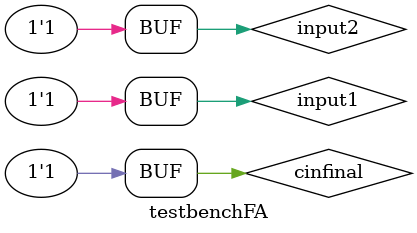
<source format=v>
module testbenchFA;
reg input1,input2,cinfinal;
wire sumfinal,carryfinal;
RippleFA FAtest(input1,input2,cinfinal,sumfinal,carryfinal);

initial
begin
$monitor($time,"input1 = %b \t input2 = %b \t cin = %b \t sum = %b \t cout = %b \n",input1,input2,cinfinal,sumfinal,carryfinal);
input1 = 1'b0;
input2 = 1'b0;
cinfinal = 1'b0;
# 5;
input1 = 1'b1;
input2 = 1'b0;
cinfinal = 1'b0;
# 5;
input1 = 1'b1;
input2 = 1'b0;
cinfinal = 1'b1;
# 5;
input1 = 1'b1;
input2 = 1'b1;
cinfinal = 1'b1;
# 5;
end 
endmodule


</source>
